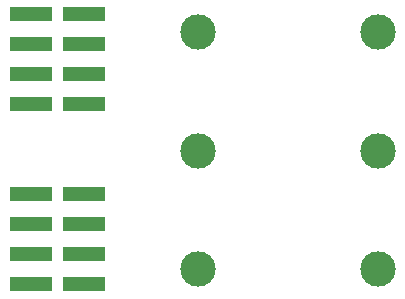
<source format=gbs>
%TF.GenerationSoftware,KiCad,Pcbnew,(5.1.8-0-10_14)*%
%TF.CreationDate,2021-06-26T19:18:40+01:00*%
%TF.ProjectId,breadboard-power-distrib,62726561-6462-46f6-9172-642d706f7765,v01*%
%TF.SameCoordinates,Original*%
%TF.FileFunction,Soldermask,Bot*%
%TF.FilePolarity,Negative*%
%FSLAX46Y46*%
G04 Gerber Fmt 4.6, Leading zero omitted, Abs format (unit mm)*
G04 Created by KiCad (PCBNEW (5.1.8-0-10_14)) date 2021-06-26 19:18:40*
%MOMM*%
%LPD*%
G01*
G04 APERTURE LIST*
%ADD10C,3.000000*%
%ADD11R,3.680000X1.280000*%
G04 APERTURE END LIST*
D10*
%TO.C,J3*%
X97250000Y-62500000D03*
X112550000Y-62500000D03*
%TD*%
%TO.C,J4*%
X97250000Y-72500000D03*
X112550000Y-72500000D03*
%TD*%
%TO.C,J5*%
X97250000Y-82500000D03*
X112550000Y-82500000D03*
%TD*%
D11*
%TO.C,J1*%
X83185000Y-60960000D03*
X83185000Y-63500000D03*
X83185000Y-66040000D03*
X83185000Y-68580000D03*
X87625000Y-60960000D03*
X87625000Y-63500000D03*
X87625000Y-66040000D03*
X87625000Y-68580000D03*
%TD*%
%TO.C,J2*%
X87625000Y-83820000D03*
X87625000Y-81280000D03*
X87625000Y-78740000D03*
X87625000Y-76200000D03*
X83185000Y-83820000D03*
X83185000Y-81280000D03*
X83185000Y-78740000D03*
X83185000Y-76200000D03*
%TD*%
M02*

</source>
